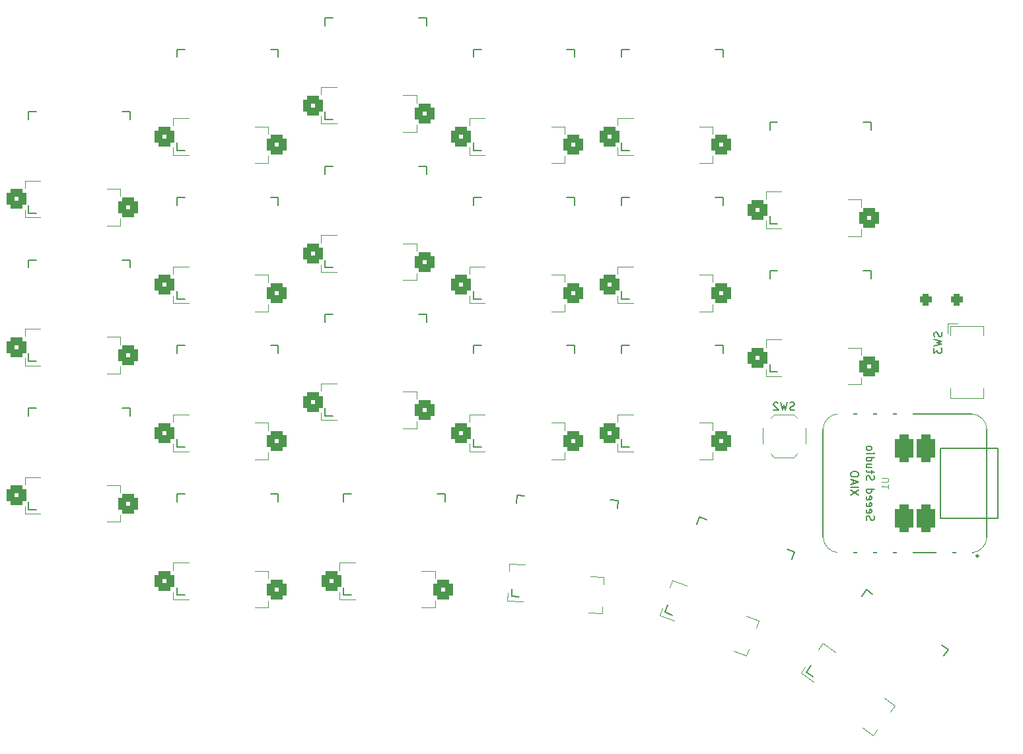
<source format=gbr>
%TF.GenerationSoftware,KiCad,Pcbnew,7.0.2-0*%
%TF.CreationDate,2024-02-18T21:26:20+01:00*%
%TF.ProjectId,defiant,64656669-616e-4742-9e6b-696361645f70,rev?*%
%TF.SameCoordinates,Original*%
%TF.FileFunction,Legend,Bot*%
%TF.FilePolarity,Positive*%
%FSLAX46Y46*%
G04 Gerber Fmt 4.6, Leading zero omitted, Abs format (unit mm)*
G04 Created by KiCad (PCBNEW 7.0.2-0) date 2024-02-18 21:26:20*
%MOMM*%
%LPD*%
G01*
G04 APERTURE LIST*
G04 Aperture macros list*
%AMRoundRect*
0 Rectangle with rounded corners*
0 $1 Rounding radius*
0 $2 $3 $4 $5 $6 $7 $8 $9 X,Y pos of 4 corners*
0 Add a 4 corners polygon primitive as box body*
4,1,4,$2,$3,$4,$5,$6,$7,$8,$9,$2,$3,0*
0 Add four circle primitives for the rounded corners*
1,1,$1+$1,$2,$3*
1,1,$1+$1,$4,$5*
1,1,$1+$1,$6,$7*
1,1,$1+$1,$8,$9*
0 Add four rect primitives between the rounded corners*
20,1,$1+$1,$2,$3,$4,$5,0*
20,1,$1+$1,$4,$5,$6,$7,0*
20,1,$1+$1,$6,$7,$8,$9,0*
20,1,$1+$1,$8,$9,$2,$3,0*%
G04 Aperture macros list end*
%ADD10C,0.150000*%
%ADD11C,0.101600*%
%ADD12C,0.120000*%
%ADD13C,0.140000*%
%ADD14C,0.127000*%
%ADD15C,0.254000*%
%ADD16C,0.025400*%
%ADD17C,4.000000*%
%ADD18C,5.250000*%
%ADD19RoundRect,0.500000X-1.062296X-0.186149X0.151229X-1.067827X1.062296X0.186149X-0.151229X1.067827X0*%
%ADD20RoundRect,0.500000X-0.750000X-0.775000X0.750000X-0.775000X0.750000X0.775000X-0.750000X0.775000X0*%
%ADD21RoundRect,0.500000X-0.789533X-0.734686X0.708412X-0.813190X0.789533X0.734686X-0.708412X0.813190X0*%
%ADD22R,2.000000X3.000000*%
%ADD23C,2.000000*%
%ADD24RoundRect,0.575000X0.575000X-1.225000X0.575000X1.225000X-0.575000X1.225000X-0.575000X-1.225000X0*%
%ADD25RoundRect,0.381000X0.381000X0.381000X-0.381000X0.381000X-0.381000X-0.381000X0.381000X-0.381000X0*%
%ADD26C,1.524000*%
%ADD27RoundRect,0.500000X-0.969835X-0.471747X0.439704X-0.984777X0.969835X0.471747X-0.439704X0.984777X0*%
%ADD28RoundRect,0.500000X0.750000X0.775000X-0.750000X0.775000X-0.750000X-0.775000X0.750000X-0.775000X0*%
%ADD29R,1.400000X1.400000*%
%ADD30C,1.400000*%
%ADD31R,1.700000X1.000000*%
G04 APERTURE END LIST*
D10*
%TO.C,U1*%
X189899829Y-112732131D02*
X188899829Y-112065465D01*
X189899829Y-112065465D02*
X188899829Y-112732131D01*
X188899829Y-111684512D02*
X189899829Y-111684512D01*
X189185544Y-111255941D02*
X189185544Y-110779751D01*
X188899829Y-111351179D02*
X189899829Y-111017846D01*
X189899829Y-111017846D02*
X188899829Y-110684513D01*
X189899829Y-110160703D02*
X189899829Y-109970227D01*
X189899829Y-109970227D02*
X189852210Y-109874989D01*
X189852210Y-109874989D02*
X189756972Y-109779751D01*
X189756972Y-109779751D02*
X189566496Y-109732132D01*
X189566496Y-109732132D02*
X189233163Y-109732132D01*
X189233163Y-109732132D02*
X189042687Y-109779751D01*
X189042687Y-109779751D02*
X188947449Y-109874989D01*
X188947449Y-109874989D02*
X188899829Y-109970227D01*
X188899829Y-109970227D02*
X188899829Y-110160703D01*
X188899829Y-110160703D02*
X188947449Y-110255941D01*
X188947449Y-110255941D02*
X189042687Y-110351179D01*
X189042687Y-110351179D02*
X189233163Y-110398798D01*
X189233163Y-110398798D02*
X189566496Y-110398798D01*
X189566496Y-110398798D02*
X189756972Y-110351179D01*
X189756972Y-110351179D02*
X189852210Y-110255941D01*
X189852210Y-110255941D02*
X189899829Y-110160703D01*
D11*
X192844718Y-110530989D02*
X193564385Y-110530989D01*
X193564385Y-110530989D02*
X193649051Y-110573323D01*
X193649051Y-110573323D02*
X193691385Y-110615656D01*
X193691385Y-110615656D02*
X193733718Y-110700323D01*
X193733718Y-110700323D02*
X193733718Y-110869656D01*
X193733718Y-110869656D02*
X193691385Y-110954323D01*
X193691385Y-110954323D02*
X193649051Y-110996656D01*
X193649051Y-110996656D02*
X193564385Y-111038989D01*
X193564385Y-111038989D02*
X192844718Y-111038989D01*
X193733718Y-111927989D02*
X193733718Y-111419989D01*
X193733718Y-111673989D02*
X192844718Y-111673989D01*
X192844718Y-111673989D02*
X192971718Y-111589322D01*
X192971718Y-111589322D02*
X193056385Y-111504656D01*
X193056385Y-111504656D02*
X193098718Y-111419989D01*
D10*
X190947449Y-115970227D02*
X190899829Y-115827370D01*
X190899829Y-115827370D02*
X190899829Y-115589275D01*
X190899829Y-115589275D02*
X190947449Y-115494037D01*
X190947449Y-115494037D02*
X190995068Y-115446418D01*
X190995068Y-115446418D02*
X191090306Y-115398799D01*
X191090306Y-115398799D02*
X191185544Y-115398799D01*
X191185544Y-115398799D02*
X191280782Y-115446418D01*
X191280782Y-115446418D02*
X191328401Y-115494037D01*
X191328401Y-115494037D02*
X191376020Y-115589275D01*
X191376020Y-115589275D02*
X191423639Y-115779751D01*
X191423639Y-115779751D02*
X191471258Y-115874989D01*
X191471258Y-115874989D02*
X191518877Y-115922608D01*
X191518877Y-115922608D02*
X191614115Y-115970227D01*
X191614115Y-115970227D02*
X191709353Y-115970227D01*
X191709353Y-115970227D02*
X191804591Y-115922608D01*
X191804591Y-115922608D02*
X191852210Y-115874989D01*
X191852210Y-115874989D02*
X191899829Y-115779751D01*
X191899829Y-115779751D02*
X191899829Y-115541656D01*
X191899829Y-115541656D02*
X191852210Y-115398799D01*
X190947449Y-114589275D02*
X190899829Y-114684513D01*
X190899829Y-114684513D02*
X190899829Y-114874989D01*
X190899829Y-114874989D02*
X190947449Y-114970227D01*
X190947449Y-114970227D02*
X191042687Y-115017846D01*
X191042687Y-115017846D02*
X191423639Y-115017846D01*
X191423639Y-115017846D02*
X191518877Y-114970227D01*
X191518877Y-114970227D02*
X191566496Y-114874989D01*
X191566496Y-114874989D02*
X191566496Y-114684513D01*
X191566496Y-114684513D02*
X191518877Y-114589275D01*
X191518877Y-114589275D02*
X191423639Y-114541656D01*
X191423639Y-114541656D02*
X191328401Y-114541656D01*
X191328401Y-114541656D02*
X191233163Y-115017846D01*
X190947449Y-113732132D02*
X190899829Y-113827370D01*
X190899829Y-113827370D02*
X190899829Y-114017846D01*
X190899829Y-114017846D02*
X190947449Y-114113084D01*
X190947449Y-114113084D02*
X191042687Y-114160703D01*
X191042687Y-114160703D02*
X191423639Y-114160703D01*
X191423639Y-114160703D02*
X191518877Y-114113084D01*
X191518877Y-114113084D02*
X191566496Y-114017846D01*
X191566496Y-114017846D02*
X191566496Y-113827370D01*
X191566496Y-113827370D02*
X191518877Y-113732132D01*
X191518877Y-113732132D02*
X191423639Y-113684513D01*
X191423639Y-113684513D02*
X191328401Y-113684513D01*
X191328401Y-113684513D02*
X191233163Y-114160703D01*
X190947449Y-112874989D02*
X190899829Y-112970227D01*
X190899829Y-112970227D02*
X190899829Y-113160703D01*
X190899829Y-113160703D02*
X190947449Y-113255941D01*
X190947449Y-113255941D02*
X191042687Y-113303560D01*
X191042687Y-113303560D02*
X191423639Y-113303560D01*
X191423639Y-113303560D02*
X191518877Y-113255941D01*
X191518877Y-113255941D02*
X191566496Y-113160703D01*
X191566496Y-113160703D02*
X191566496Y-112970227D01*
X191566496Y-112970227D02*
X191518877Y-112874989D01*
X191518877Y-112874989D02*
X191423639Y-112827370D01*
X191423639Y-112827370D02*
X191328401Y-112827370D01*
X191328401Y-112827370D02*
X191233163Y-113303560D01*
X190899829Y-111970227D02*
X191899829Y-111970227D01*
X190947449Y-111970227D02*
X190899829Y-112065465D01*
X190899829Y-112065465D02*
X190899829Y-112255941D01*
X190899829Y-112255941D02*
X190947449Y-112351179D01*
X190947449Y-112351179D02*
X190995068Y-112398798D01*
X190995068Y-112398798D02*
X191090306Y-112446417D01*
X191090306Y-112446417D02*
X191376020Y-112446417D01*
X191376020Y-112446417D02*
X191471258Y-112398798D01*
X191471258Y-112398798D02*
X191518877Y-112351179D01*
X191518877Y-112351179D02*
X191566496Y-112255941D01*
X191566496Y-112255941D02*
X191566496Y-112065465D01*
X191566496Y-112065465D02*
X191518877Y-111970227D01*
X190947449Y-110779750D02*
X190899829Y-110636893D01*
X190899829Y-110636893D02*
X190899829Y-110398798D01*
X190899829Y-110398798D02*
X190947449Y-110303560D01*
X190947449Y-110303560D02*
X190995068Y-110255941D01*
X190995068Y-110255941D02*
X191090306Y-110208322D01*
X191090306Y-110208322D02*
X191185544Y-110208322D01*
X191185544Y-110208322D02*
X191280782Y-110255941D01*
X191280782Y-110255941D02*
X191328401Y-110303560D01*
X191328401Y-110303560D02*
X191376020Y-110398798D01*
X191376020Y-110398798D02*
X191423639Y-110589274D01*
X191423639Y-110589274D02*
X191471258Y-110684512D01*
X191471258Y-110684512D02*
X191518877Y-110732131D01*
X191518877Y-110732131D02*
X191614115Y-110779750D01*
X191614115Y-110779750D02*
X191709353Y-110779750D01*
X191709353Y-110779750D02*
X191804591Y-110732131D01*
X191804591Y-110732131D02*
X191852210Y-110684512D01*
X191852210Y-110684512D02*
X191899829Y-110589274D01*
X191899829Y-110589274D02*
X191899829Y-110351179D01*
X191899829Y-110351179D02*
X191852210Y-110208322D01*
X191566496Y-109922607D02*
X191566496Y-109541655D01*
X191899829Y-109779750D02*
X191042687Y-109779750D01*
X191042687Y-109779750D02*
X190947449Y-109732131D01*
X190947449Y-109732131D02*
X190899829Y-109636893D01*
X190899829Y-109636893D02*
X190899829Y-109541655D01*
X191566496Y-108779750D02*
X190899829Y-108779750D01*
X191566496Y-109208321D02*
X191042687Y-109208321D01*
X191042687Y-109208321D02*
X190947449Y-109160702D01*
X190947449Y-109160702D02*
X190899829Y-109065464D01*
X190899829Y-109065464D02*
X190899829Y-108922607D01*
X190899829Y-108922607D02*
X190947449Y-108827369D01*
X190947449Y-108827369D02*
X190995068Y-108779750D01*
X190899829Y-107874988D02*
X191899829Y-107874988D01*
X190947449Y-107874988D02*
X190899829Y-107970226D01*
X190899829Y-107970226D02*
X190899829Y-108160702D01*
X190899829Y-108160702D02*
X190947449Y-108255940D01*
X190947449Y-108255940D02*
X190995068Y-108303559D01*
X190995068Y-108303559D02*
X191090306Y-108351178D01*
X191090306Y-108351178D02*
X191376020Y-108351178D01*
X191376020Y-108351178D02*
X191471258Y-108303559D01*
X191471258Y-108303559D02*
X191518877Y-108255940D01*
X191518877Y-108255940D02*
X191566496Y-108160702D01*
X191566496Y-108160702D02*
X191566496Y-107970226D01*
X191566496Y-107970226D02*
X191518877Y-107874988D01*
X190899829Y-107398797D02*
X191566496Y-107398797D01*
X191899829Y-107398797D02*
X191852210Y-107446416D01*
X191852210Y-107446416D02*
X191804591Y-107398797D01*
X191804591Y-107398797D02*
X191852210Y-107351178D01*
X191852210Y-107351178D02*
X191899829Y-107398797D01*
X191899829Y-107398797D02*
X191804591Y-107398797D01*
X190899829Y-106779750D02*
X190947449Y-106874988D01*
X190947449Y-106874988D02*
X190995068Y-106922607D01*
X190995068Y-106922607D02*
X191090306Y-106970226D01*
X191090306Y-106970226D02*
X191376020Y-106970226D01*
X191376020Y-106970226D02*
X191471258Y-106922607D01*
X191471258Y-106922607D02*
X191518877Y-106874988D01*
X191518877Y-106874988D02*
X191566496Y-106779750D01*
X191566496Y-106779750D02*
X191566496Y-106636893D01*
X191566496Y-106636893D02*
X191518877Y-106541655D01*
X191518877Y-106541655D02*
X191471258Y-106494036D01*
X191471258Y-106494036D02*
X191376020Y-106446417D01*
X191376020Y-106446417D02*
X191090306Y-106446417D01*
X191090306Y-106446417D02*
X190995068Y-106494036D01*
X190995068Y-106494036D02*
X190947449Y-106541655D01*
X190947449Y-106541655D02*
X190899829Y-106636893D01*
X190899829Y-106636893D02*
X190899829Y-106779750D01*
%TO.C,SW3*%
X200535000Y-91826667D02*
X200582619Y-91969524D01*
X200582619Y-91969524D02*
X200582619Y-92207619D01*
X200582619Y-92207619D02*
X200535000Y-92302857D01*
X200535000Y-92302857D02*
X200487380Y-92350476D01*
X200487380Y-92350476D02*
X200392142Y-92398095D01*
X200392142Y-92398095D02*
X200296904Y-92398095D01*
X200296904Y-92398095D02*
X200201666Y-92350476D01*
X200201666Y-92350476D02*
X200154047Y-92302857D01*
X200154047Y-92302857D02*
X200106428Y-92207619D01*
X200106428Y-92207619D02*
X200058809Y-92017143D01*
X200058809Y-92017143D02*
X200011190Y-91921905D01*
X200011190Y-91921905D02*
X199963571Y-91874286D01*
X199963571Y-91874286D02*
X199868333Y-91826667D01*
X199868333Y-91826667D02*
X199773095Y-91826667D01*
X199773095Y-91826667D02*
X199677857Y-91874286D01*
X199677857Y-91874286D02*
X199630238Y-91921905D01*
X199630238Y-91921905D02*
X199582619Y-92017143D01*
X199582619Y-92017143D02*
X199582619Y-92255238D01*
X199582619Y-92255238D02*
X199630238Y-92398095D01*
X199582619Y-92731429D02*
X200582619Y-92969524D01*
X200582619Y-92969524D02*
X199868333Y-93160000D01*
X199868333Y-93160000D02*
X200582619Y-93350476D01*
X200582619Y-93350476D02*
X199582619Y-93588572D01*
X199582619Y-93874286D02*
X199582619Y-94493333D01*
X199582619Y-94493333D02*
X199963571Y-94160000D01*
X199963571Y-94160000D02*
X199963571Y-94302857D01*
X199963571Y-94302857D02*
X200011190Y-94398095D01*
X200011190Y-94398095D02*
X200058809Y-94445714D01*
X200058809Y-94445714D02*
X200154047Y-94493333D01*
X200154047Y-94493333D02*
X200392142Y-94493333D01*
X200392142Y-94493333D02*
X200487380Y-94445714D01*
X200487380Y-94445714D02*
X200535000Y-94398095D01*
X200535000Y-94398095D02*
X200582619Y-94302857D01*
X200582619Y-94302857D02*
X200582619Y-94017143D01*
X200582619Y-94017143D02*
X200535000Y-93921905D01*
X200535000Y-93921905D02*
X200487380Y-93874286D01*
%TO.C,SW2*%
X181673332Y-101785000D02*
X181530475Y-101832619D01*
X181530475Y-101832619D02*
X181292380Y-101832619D01*
X181292380Y-101832619D02*
X181197142Y-101785000D01*
X181197142Y-101785000D02*
X181149523Y-101737380D01*
X181149523Y-101737380D02*
X181101904Y-101642142D01*
X181101904Y-101642142D02*
X181101904Y-101546904D01*
X181101904Y-101546904D02*
X181149523Y-101451666D01*
X181149523Y-101451666D02*
X181197142Y-101404047D01*
X181197142Y-101404047D02*
X181292380Y-101356428D01*
X181292380Y-101356428D02*
X181482856Y-101308809D01*
X181482856Y-101308809D02*
X181578094Y-101261190D01*
X181578094Y-101261190D02*
X181625713Y-101213571D01*
X181625713Y-101213571D02*
X181673332Y-101118333D01*
X181673332Y-101118333D02*
X181673332Y-101023095D01*
X181673332Y-101023095D02*
X181625713Y-100927857D01*
X181625713Y-100927857D02*
X181578094Y-100880238D01*
X181578094Y-100880238D02*
X181482856Y-100832619D01*
X181482856Y-100832619D02*
X181244761Y-100832619D01*
X181244761Y-100832619D02*
X181101904Y-100880238D01*
X180768570Y-100832619D02*
X180530475Y-101832619D01*
X180530475Y-101832619D02*
X180339999Y-101118333D01*
X180339999Y-101118333D02*
X180149523Y-101832619D01*
X180149523Y-101832619D02*
X179911428Y-100832619D01*
X179578094Y-100927857D02*
X179530475Y-100880238D01*
X179530475Y-100880238D02*
X179435237Y-100832619D01*
X179435237Y-100832619D02*
X179197142Y-100832619D01*
X179197142Y-100832619D02*
X179101904Y-100880238D01*
X179101904Y-100880238D02*
X179054285Y-100927857D01*
X179054285Y-100927857D02*
X179006666Y-101023095D01*
X179006666Y-101023095D02*
X179006666Y-101118333D01*
X179006666Y-101118333D02*
X179054285Y-101261190D01*
X179054285Y-101261190D02*
X179625713Y-101832619D01*
X179625713Y-101832619D02*
X179006666Y-101832619D01*
D12*
%TO.C,T4*%
X185288754Y-131740762D02*
X184730358Y-132509328D01*
X185288754Y-131740762D02*
X186906788Y-132916333D01*
X182526163Y-135543142D02*
X183084559Y-134774576D01*
X182526163Y-135543142D02*
X184144197Y-136718713D01*
D13*
X190895162Y-124874854D02*
X190307376Y-125683871D01*
X190895162Y-124874854D02*
X191704179Y-125462640D01*
X183841739Y-134583058D02*
X183253953Y-135392075D01*
X184062970Y-135979861D02*
X183253953Y-135392075D01*
D12*
X194541587Y-139761210D02*
X193166258Y-138761975D01*
X194541587Y-139761210D02*
X193983191Y-140529776D01*
X191778996Y-143563590D02*
X190403667Y-142564355D01*
X191778996Y-143563590D02*
X192308003Y-142835475D01*
D13*
X200603366Y-131928277D02*
X201412383Y-132516063D01*
X200824597Y-133325080D02*
X201412383Y-132516063D01*
X193771174Y-143033284D02*
X192962157Y-142445498D01*
X193771174Y-143033284D02*
X194358960Y-142224267D01*
D12*
%TO.C,T0*%
X102018816Y-121410449D02*
X102018816Y-122360449D01*
X102018816Y-121410449D02*
X104018816Y-121410449D01*
X102018816Y-126110449D02*
X102018816Y-125160449D01*
X102018816Y-126110449D02*
X104018816Y-126110449D01*
D13*
X102518816Y-112560449D02*
X102518816Y-113560449D01*
X102518816Y-112560449D02*
X103518816Y-112560449D01*
X102518816Y-124560449D02*
X102518816Y-125560449D01*
X103518816Y-125560449D02*
X102518816Y-125560449D01*
D12*
X114218816Y-122460449D02*
X112518816Y-122460449D01*
X114218816Y-122460449D02*
X114218816Y-123410449D01*
X114218816Y-127160449D02*
X112518816Y-127160449D01*
X114218816Y-127160449D02*
X114218816Y-126260449D01*
D13*
X114518816Y-112560449D02*
X115518816Y-112560449D01*
X115518816Y-113560449D02*
X115518816Y-112560449D01*
X115518816Y-125560449D02*
X114518816Y-125560449D01*
X115518816Y-125560449D02*
X115518816Y-124560449D01*
D12*
%TO.C,T2*%
X145130855Y-121553752D02*
X145081136Y-122502450D01*
X145130855Y-121553752D02*
X147128114Y-121658424D01*
X144884876Y-126247311D02*
X144934595Y-125298612D01*
X144884876Y-126247311D02*
X146882135Y-126351982D01*
D13*
X146093343Y-112742048D02*
X146041007Y-113740678D01*
X146093343Y-112742048D02*
X147091972Y-112794384D01*
X145465311Y-124725603D02*
X145412975Y-125724232D01*
X146411605Y-125776568D02*
X145412975Y-125724232D01*
D12*
X157259182Y-123240811D02*
X155561512Y-123151840D01*
X157259182Y-123240811D02*
X157209463Y-124189509D01*
X157013203Y-127934370D02*
X155315533Y-127845399D01*
X157013203Y-127934370D02*
X157060306Y-127035604D01*
D13*
X158076897Y-113370080D02*
X159075527Y-113422416D01*
X159023191Y-114421045D02*
X159075527Y-113422416D01*
X158395159Y-126404600D02*
X157396530Y-126352264D01*
X158395159Y-126404600D02*
X158447495Y-125405970D01*
D14*
%TO.C,U1*%
X187362449Y-102308323D02*
X204362449Y-102308323D01*
X206361539Y-104308323D02*
X206361539Y-118108323D01*
X207786479Y-106708323D02*
X200433179Y-106708323D01*
X200433179Y-106708323D02*
X200433179Y-115708323D01*
X200433179Y-106708323D02*
X200433179Y-115708323D01*
X207786479Y-115708323D02*
X207786479Y-106708323D01*
X200433179Y-115708323D02*
X207786479Y-115708323D01*
X185362449Y-118108323D02*
X185362449Y-104308323D01*
X204362449Y-120108323D02*
X187362449Y-120108323D01*
D12*
X206362448Y-104308323D02*
G75*
G03*
X204362449Y-102308324I-2044608J-44609D01*
G01*
X187362449Y-102308323D02*
G75*
G03*
X185362449Y-104308323I-1J-1999999D01*
G01*
X204362449Y-120108323D02*
G75*
G03*
X206362449Y-118108323I-44600J2044600D01*
G01*
X185362449Y-118108323D02*
G75*
G03*
X187362449Y-120108323I2044860J44860D01*
G01*
D15*
X205259449Y-120528323D02*
G75*
G03*
X205259449Y-120528323I-127000J0D01*
G01*
D16*
X204472922Y-120092990D02*
X204424154Y-120096038D01*
X204521943Y-120088926D01*
X204472922Y-120092990D01*
X186951494Y-102366075D02*
X186999499Y-102356170D01*
X187047759Y-102347279D01*
X187096274Y-102339659D01*
X187145042Y-102333055D01*
X187193810Y-102327722D01*
X187242831Y-102323658D01*
X187291599Y-102320610D01*
X187340875Y-102318831D01*
X186951494Y-102366075D01*
D12*
%TO.C,C5R2*%
X178018821Y-73793323D02*
X178018821Y-74743323D01*
X178018821Y-73793323D02*
X180018821Y-73793323D01*
X178018821Y-78493323D02*
X178018821Y-77543323D01*
X178018821Y-78493323D02*
X180018821Y-78493323D01*
D13*
X178518821Y-64943323D02*
X178518821Y-65943323D01*
X178518821Y-64943323D02*
X179518821Y-64943323D01*
X178518821Y-76943323D02*
X178518821Y-77943323D01*
X179518821Y-77943323D02*
X178518821Y-77943323D01*
D12*
X190218821Y-74843323D02*
X188518821Y-74843323D01*
X190218821Y-74843323D02*
X190218821Y-75793323D01*
X190218821Y-79543323D02*
X188518821Y-79543323D01*
X190218821Y-79543323D02*
X190218821Y-78643323D01*
D13*
X190518821Y-64943323D02*
X191518821Y-64943323D01*
X191518821Y-65943323D02*
X191518821Y-64943323D01*
X191518821Y-77943323D02*
X190518821Y-77943323D01*
X191518821Y-77943323D02*
X191518821Y-76943323D01*
D12*
%TO.C,T1*%
X123393816Y-121410448D02*
X123393816Y-122360448D01*
X123393816Y-121410448D02*
X125393816Y-121410448D01*
X123393816Y-126110448D02*
X123393816Y-125160448D01*
X123393816Y-126110448D02*
X125393816Y-126110448D01*
D13*
X123893816Y-112560448D02*
X123893816Y-113560448D01*
X123893816Y-112560448D02*
X124893816Y-112560448D01*
X123893816Y-124560448D02*
X123893816Y-125560448D01*
X124893816Y-125560448D02*
X123893816Y-125560448D01*
D12*
X135593816Y-122460448D02*
X133893816Y-122460448D01*
X135593816Y-122460448D02*
X135593816Y-123410448D01*
X135593816Y-127160448D02*
X133893816Y-127160448D01*
X135593816Y-127160448D02*
X135593816Y-126260448D01*
D13*
X135893816Y-112560448D02*
X136893816Y-112560448D01*
X136893816Y-113560448D02*
X136893816Y-112560448D01*
X136893816Y-125560448D02*
X135893816Y-125560448D01*
X136893816Y-125560448D02*
X136893816Y-124560448D01*
D12*
%TO.C,T3*%
X166016988Y-123694444D02*
X165692069Y-124587152D01*
X166016988Y-123694444D02*
X167896374Y-124378484D01*
X164409494Y-128110999D02*
X164734413Y-127218291D01*
X164409494Y-128110999D02*
X166288879Y-128795039D01*
D13*
X169513713Y-115549174D02*
X169171693Y-116488867D01*
X169513713Y-115549174D02*
X170453406Y-115891194D01*
X165409471Y-126825485D02*
X165067451Y-127765178D01*
X166007144Y-128107198D02*
X165067451Y-127765178D01*
D12*
X177122117Y-128853767D02*
X175524640Y-128272332D01*
X177122117Y-128853767D02*
X176797198Y-129746475D01*
X175514622Y-133270322D02*
X173917145Y-132688888D01*
X175514622Y-133270322D02*
X175822441Y-132424599D01*
D13*
X180790024Y-119653416D02*
X181729717Y-119995436D01*
X181387697Y-120935129D02*
X181729717Y-119995436D01*
X177283455Y-132211440D02*
X176343762Y-131869420D01*
X177283455Y-132211440D02*
X177625475Y-131271747D01*
D12*
%TO.C,C5R3*%
X178018821Y-92793323D02*
X178018821Y-93743323D01*
X178018821Y-92793323D02*
X180018821Y-92793323D01*
X178018821Y-97493323D02*
X178018821Y-96543323D01*
X178018821Y-97493323D02*
X180018821Y-97493323D01*
D13*
X178518821Y-83943323D02*
X178518821Y-84943323D01*
X178518821Y-83943323D02*
X179518821Y-83943323D01*
X178518821Y-95943323D02*
X178518821Y-96943323D01*
X179518821Y-96943323D02*
X178518821Y-96943323D01*
D12*
X190218821Y-93843323D02*
X188518821Y-93843323D01*
X190218821Y-93843323D02*
X190218821Y-94793323D01*
X190218821Y-98543323D02*
X188518821Y-98543323D01*
X190218821Y-98543323D02*
X190218821Y-97643323D01*
D13*
X190518821Y-83943323D02*
X191518821Y-83943323D01*
X191518821Y-84943323D02*
X191518821Y-83943323D01*
X191518821Y-96943323D02*
X190518821Y-96943323D01*
X191518821Y-96943323D02*
X191518821Y-95943323D01*
%TO.C,C3R1*%
X153518815Y-68560448D02*
X153518815Y-67560448D01*
X153518815Y-68560448D02*
X152518815Y-68560448D01*
X153518815Y-56560448D02*
X153518815Y-55560448D01*
X152518815Y-55560448D02*
X153518815Y-55560448D01*
D12*
X152218815Y-70160448D02*
X152218815Y-69260448D01*
X152218815Y-70160448D02*
X150518815Y-70160448D01*
X152218815Y-65460448D02*
X152218815Y-66410448D01*
X152218815Y-65460448D02*
X150518815Y-65460448D01*
D13*
X141518815Y-68560448D02*
X140518815Y-68560448D01*
X140518815Y-67560448D02*
X140518815Y-68560448D01*
X140518815Y-55560448D02*
X141518815Y-55560448D01*
X140518815Y-55560448D02*
X140518815Y-56560448D01*
D12*
X140018815Y-69110448D02*
X142018815Y-69110448D01*
X140018815Y-69110448D02*
X140018815Y-68160448D01*
X140018815Y-64410448D02*
X142018815Y-64410448D01*
X140018815Y-64410448D02*
X140018815Y-65360448D01*
D13*
%TO.C,C3R3*%
X153518816Y-106560447D02*
X153518816Y-105560447D01*
X153518816Y-106560447D02*
X152518816Y-106560447D01*
X153518816Y-94560447D02*
X153518816Y-93560447D01*
X152518816Y-93560447D02*
X153518816Y-93560447D01*
D12*
X152218816Y-108160447D02*
X152218816Y-107260447D01*
X152218816Y-108160447D02*
X150518816Y-108160447D01*
X152218816Y-103460447D02*
X152218816Y-104410447D01*
X152218816Y-103460447D02*
X150518816Y-103460447D01*
D13*
X141518816Y-106560447D02*
X140518816Y-106560447D01*
X140518816Y-105560447D02*
X140518816Y-106560447D01*
X140518816Y-93560447D02*
X141518816Y-93560447D01*
X140518816Y-93560447D02*
X140518816Y-94560447D01*
D12*
X140018816Y-107110447D02*
X142018816Y-107110447D01*
X140018816Y-107110447D02*
X140018816Y-106160447D01*
X140018816Y-102410447D02*
X142018816Y-102410447D01*
X140018816Y-102410447D02*
X140018816Y-103360447D01*
D13*
%TO.C,C2R3*%
X134518815Y-102560447D02*
X134518815Y-101560447D01*
X134518815Y-102560447D02*
X133518815Y-102560447D01*
X134518815Y-90560447D02*
X134518815Y-89560447D01*
X133518815Y-89560447D02*
X134518815Y-89560447D01*
D12*
X133218815Y-104160447D02*
X133218815Y-103260447D01*
X133218815Y-104160447D02*
X131518815Y-104160447D01*
X133218815Y-99460447D02*
X133218815Y-100410447D01*
X133218815Y-99460447D02*
X131518815Y-99460447D01*
D13*
X122518815Y-102560447D02*
X121518815Y-102560447D01*
X121518815Y-101560447D02*
X121518815Y-102560447D01*
X121518815Y-89560447D02*
X122518815Y-89560447D01*
X121518815Y-89560447D02*
X121518815Y-90560447D01*
D12*
X121018815Y-103110447D02*
X123018815Y-103110447D01*
X121018815Y-103110447D02*
X121018815Y-102160447D01*
X121018815Y-98410447D02*
X123018815Y-98410447D01*
X121018815Y-98410447D02*
X121018815Y-99360447D01*
D13*
%TO.C,C3R2*%
X153518815Y-87560448D02*
X153518815Y-86560448D01*
X153518815Y-87560448D02*
X152518815Y-87560448D01*
X153518815Y-75560448D02*
X153518815Y-74560448D01*
X152518815Y-74560448D02*
X153518815Y-74560448D01*
D12*
X152218815Y-89160448D02*
X152218815Y-88260448D01*
X152218815Y-89160448D02*
X150518815Y-89160448D01*
X152218815Y-84460448D02*
X152218815Y-85410448D01*
X152218815Y-84460448D02*
X150518815Y-84460448D01*
D13*
X141518815Y-87560448D02*
X140518815Y-87560448D01*
X140518815Y-86560448D02*
X140518815Y-87560448D01*
X140518815Y-74560448D02*
X141518815Y-74560448D01*
X140518815Y-74560448D02*
X140518815Y-75560448D01*
D12*
X140018815Y-88110448D02*
X142018815Y-88110448D01*
X140018815Y-88110448D02*
X140018815Y-87160448D01*
X140018815Y-83410448D02*
X142018815Y-83410448D01*
X140018815Y-83410448D02*
X140018815Y-84360448D01*
D13*
%TO.C,C0R2*%
X96518816Y-95560447D02*
X96518816Y-94560447D01*
X96518816Y-95560447D02*
X95518816Y-95560447D01*
X96518816Y-83560447D02*
X96518816Y-82560447D01*
X95518816Y-82560447D02*
X96518816Y-82560447D01*
D12*
X95218816Y-97160447D02*
X95218816Y-96260447D01*
X95218816Y-97160447D02*
X93518816Y-97160447D01*
X95218816Y-92460447D02*
X95218816Y-93410447D01*
X95218816Y-92460447D02*
X93518816Y-92460447D01*
D13*
X84518816Y-95560447D02*
X83518816Y-95560447D01*
X83518816Y-94560447D02*
X83518816Y-95560447D01*
X83518816Y-82560447D02*
X84518816Y-82560447D01*
X83518816Y-82560447D02*
X83518816Y-83560447D01*
D12*
X83018816Y-96110447D02*
X85018816Y-96110447D01*
X83018816Y-96110447D02*
X83018816Y-95160447D01*
X83018816Y-91410447D02*
X85018816Y-91410447D01*
X83018816Y-91410447D02*
X83018816Y-92360447D01*
D13*
%TO.C,C0R1*%
X96518816Y-76560448D02*
X96518816Y-75560448D01*
X96518816Y-76560448D02*
X95518816Y-76560448D01*
X96518816Y-64560448D02*
X96518816Y-63560448D01*
X95518816Y-63560448D02*
X96518816Y-63560448D01*
D12*
X95218816Y-78160448D02*
X95218816Y-77260448D01*
X95218816Y-78160448D02*
X93518816Y-78160448D01*
X95218816Y-73460448D02*
X95218816Y-74410448D01*
X95218816Y-73460448D02*
X93518816Y-73460448D01*
D13*
X84518816Y-76560448D02*
X83518816Y-76560448D01*
X83518816Y-75560448D02*
X83518816Y-76560448D01*
X83518816Y-63560448D02*
X84518816Y-63560448D01*
X83518816Y-63560448D02*
X83518816Y-64560448D01*
D12*
X83018816Y-77110448D02*
X85018816Y-77110448D01*
X83018816Y-77110448D02*
X83018816Y-76160448D01*
X83018816Y-72410448D02*
X85018816Y-72410448D01*
X83018816Y-72410448D02*
X83018816Y-73360448D01*
D13*
%TO.C,C0R3*%
X96518815Y-114560447D02*
X96518815Y-113560447D01*
X96518815Y-114560447D02*
X95518815Y-114560447D01*
X96518815Y-102560447D02*
X96518815Y-101560447D01*
X95518815Y-101560447D02*
X96518815Y-101560447D01*
D12*
X95218815Y-116160447D02*
X95218815Y-115260447D01*
X95218815Y-116160447D02*
X93518815Y-116160447D01*
X95218815Y-111460447D02*
X95218815Y-112410447D01*
X95218815Y-111460447D02*
X93518815Y-111460447D01*
D13*
X84518815Y-114560447D02*
X83518815Y-114560447D01*
X83518815Y-113560447D02*
X83518815Y-114560447D01*
X83518815Y-101560447D02*
X84518815Y-101560447D01*
X83518815Y-101560447D02*
X83518815Y-102560447D01*
D12*
X83018815Y-115110447D02*
X85018815Y-115110447D01*
X83018815Y-115110447D02*
X83018815Y-114160447D01*
X83018815Y-110410447D02*
X85018815Y-110410447D01*
X83018815Y-110410447D02*
X83018815Y-111360447D01*
D13*
%TO.C,C4R2*%
X172518816Y-87560447D02*
X172518816Y-86560447D01*
X172518816Y-87560447D02*
X171518816Y-87560447D01*
X172518816Y-75560447D02*
X172518816Y-74560447D01*
X171518816Y-74560447D02*
X172518816Y-74560447D01*
D12*
X171218816Y-89160447D02*
X171218816Y-88260447D01*
X171218816Y-89160447D02*
X169518816Y-89160447D01*
X171218816Y-84460447D02*
X171218816Y-85410447D01*
X171218816Y-84460447D02*
X169518816Y-84460447D01*
D13*
X160518816Y-87560447D02*
X159518816Y-87560447D01*
X159518816Y-86560447D02*
X159518816Y-87560447D01*
X159518816Y-74560447D02*
X160518816Y-74560447D01*
X159518816Y-74560447D02*
X159518816Y-75560447D01*
D12*
X159018816Y-88110447D02*
X161018816Y-88110447D01*
X159018816Y-88110447D02*
X159018816Y-87160447D01*
X159018816Y-83410447D02*
X161018816Y-83410447D01*
X159018816Y-83410447D02*
X159018816Y-84360447D01*
D13*
%TO.C,C1R3*%
X115518815Y-106560447D02*
X115518815Y-105560447D01*
X115518815Y-106560447D02*
X114518815Y-106560447D01*
X115518815Y-94560447D02*
X115518815Y-93560447D01*
X114518815Y-93560447D02*
X115518815Y-93560447D01*
D12*
X114218815Y-108160447D02*
X114218815Y-107260447D01*
X114218815Y-108160447D02*
X112518815Y-108160447D01*
X114218815Y-103460447D02*
X114218815Y-104410447D01*
X114218815Y-103460447D02*
X112518815Y-103460447D01*
D13*
X103518815Y-106560447D02*
X102518815Y-106560447D01*
X102518815Y-105560447D02*
X102518815Y-106560447D01*
X102518815Y-93560447D02*
X103518815Y-93560447D01*
X102518815Y-93560447D02*
X102518815Y-94560447D01*
D12*
X102018815Y-107110447D02*
X104018815Y-107110447D01*
X102018815Y-107110447D02*
X102018815Y-106160447D01*
X102018815Y-102410447D02*
X104018815Y-102410447D01*
X102018815Y-102410447D02*
X102018815Y-103360447D01*
%TO.C,SW3*%
X201370000Y-90760000D02*
X202570000Y-90760000D01*
X205870000Y-91060000D02*
X205870000Y-92260000D01*
X201670000Y-91060000D02*
X205870000Y-91060000D01*
X201370000Y-91960000D02*
X201370000Y-90760000D01*
X201670000Y-92260000D02*
X201670000Y-91060000D01*
X201670000Y-99060000D02*
X201670000Y-100260000D01*
X205870000Y-100260000D02*
X205870000Y-99060000D01*
X201670000Y-100260000D02*
X205870000Y-100260000D01*
%TO.C,SW2*%
X183090000Y-104120000D02*
X183090000Y-106120000D01*
X182040000Y-107420000D02*
X181590000Y-107870000D01*
X182040000Y-102820000D02*
X181590000Y-102370000D01*
X181590000Y-107870000D02*
X179090000Y-107870000D01*
X181590000Y-102370000D02*
X179090000Y-102370000D01*
X178640000Y-107420000D02*
X179090000Y-107870000D01*
X178640000Y-102820000D02*
X179090000Y-102370000D01*
X177590000Y-104120000D02*
X177590000Y-106120000D01*
D13*
%TO.C,C2R2*%
X134518815Y-83560447D02*
X134518815Y-82560447D01*
X134518815Y-83560447D02*
X133518815Y-83560447D01*
X134518815Y-71560447D02*
X134518815Y-70560447D01*
X133518815Y-70560447D02*
X134518815Y-70560447D01*
D12*
X133218815Y-85160447D02*
X133218815Y-84260447D01*
X133218815Y-85160447D02*
X131518815Y-85160447D01*
X133218815Y-80460447D02*
X133218815Y-81410447D01*
X133218815Y-80460447D02*
X131518815Y-80460447D01*
D13*
X122518815Y-83560447D02*
X121518815Y-83560447D01*
X121518815Y-82560447D02*
X121518815Y-83560447D01*
X121518815Y-70560447D02*
X122518815Y-70560447D01*
X121518815Y-70560447D02*
X121518815Y-71560447D01*
D12*
X121018815Y-84110447D02*
X123018815Y-84110447D01*
X121018815Y-84110447D02*
X121018815Y-83160447D01*
X121018815Y-79410447D02*
X123018815Y-79410447D01*
X121018815Y-79410447D02*
X121018815Y-80360447D01*
D13*
%TO.C,C2R1*%
X134518815Y-64560447D02*
X134518815Y-63560447D01*
X134518815Y-64560447D02*
X133518815Y-64560447D01*
X134518815Y-52560447D02*
X134518815Y-51560447D01*
X133518815Y-51560447D02*
X134518815Y-51560447D01*
D12*
X133218815Y-66160447D02*
X133218815Y-65260447D01*
X133218815Y-66160447D02*
X131518815Y-66160447D01*
X133218815Y-61460447D02*
X133218815Y-62410447D01*
X133218815Y-61460447D02*
X131518815Y-61460447D01*
D13*
X122518815Y-64560447D02*
X121518815Y-64560447D01*
X121518815Y-63560447D02*
X121518815Y-64560447D01*
X121518815Y-51560447D02*
X122518815Y-51560447D01*
X121518815Y-51560447D02*
X121518815Y-52560447D01*
D12*
X121018815Y-65110447D02*
X123018815Y-65110447D01*
X121018815Y-65110447D02*
X121018815Y-64160447D01*
X121018815Y-60410447D02*
X123018815Y-60410447D01*
X121018815Y-60410447D02*
X121018815Y-61360447D01*
D13*
%TO.C,C1R2*%
X115518815Y-87560448D02*
X115518815Y-86560448D01*
X115518815Y-87560448D02*
X114518815Y-87560448D01*
X115518815Y-75560448D02*
X115518815Y-74560448D01*
X114518815Y-74560448D02*
X115518815Y-74560448D01*
D12*
X114218815Y-89160448D02*
X114218815Y-88260448D01*
X114218815Y-89160448D02*
X112518815Y-89160448D01*
X114218815Y-84460448D02*
X114218815Y-85410448D01*
X114218815Y-84460448D02*
X112518815Y-84460448D01*
D13*
X103518815Y-87560448D02*
X102518815Y-87560448D01*
X102518815Y-86560448D02*
X102518815Y-87560448D01*
X102518815Y-74560448D02*
X103518815Y-74560448D01*
X102518815Y-74560448D02*
X102518815Y-75560448D01*
D12*
X102018815Y-88110448D02*
X104018815Y-88110448D01*
X102018815Y-88110448D02*
X102018815Y-87160448D01*
X102018815Y-83410448D02*
X104018815Y-83410448D01*
X102018815Y-83410448D02*
X102018815Y-84360448D01*
D13*
%TO.C,C4R3*%
X172518815Y-106560447D02*
X172518815Y-105560447D01*
X172518815Y-106560447D02*
X171518815Y-106560447D01*
X172518815Y-94560447D02*
X172518815Y-93560447D01*
X171518815Y-93560447D02*
X172518815Y-93560447D01*
D12*
X171218815Y-108160447D02*
X171218815Y-107260447D01*
X171218815Y-108160447D02*
X169518815Y-108160447D01*
X171218815Y-103460447D02*
X171218815Y-104410447D01*
X171218815Y-103460447D02*
X169518815Y-103460447D01*
D13*
X160518815Y-106560447D02*
X159518815Y-106560447D01*
X159518815Y-105560447D02*
X159518815Y-106560447D01*
X159518815Y-93560447D02*
X160518815Y-93560447D01*
X159518815Y-93560447D02*
X159518815Y-94560447D01*
D12*
X159018815Y-107110447D02*
X161018815Y-107110447D01*
X159018815Y-107110447D02*
X159018815Y-106160447D01*
X159018815Y-102410447D02*
X161018815Y-102410447D01*
X159018815Y-102410447D02*
X159018815Y-103360447D01*
D13*
%TO.C,C1R1*%
X115518817Y-68560447D02*
X115518817Y-67560447D01*
X115518817Y-68560447D02*
X114518817Y-68560447D01*
X115518817Y-56560447D02*
X115518817Y-55560447D01*
X114518817Y-55560447D02*
X115518817Y-55560447D01*
D12*
X114218817Y-70160447D02*
X114218817Y-69260447D01*
X114218817Y-70160447D02*
X112518817Y-70160447D01*
X114218817Y-65460447D02*
X114218817Y-66410447D01*
X114218817Y-65460447D02*
X112518817Y-65460447D01*
D13*
X103518817Y-68560447D02*
X102518817Y-68560447D01*
X102518817Y-67560447D02*
X102518817Y-68560447D01*
X102518817Y-55560447D02*
X103518817Y-55560447D01*
X102518817Y-55560447D02*
X102518817Y-56560447D01*
D12*
X102018817Y-69110447D02*
X104018817Y-69110447D01*
X102018817Y-69110447D02*
X102018817Y-68160447D01*
X102018817Y-64410447D02*
X104018817Y-64410447D01*
X102018817Y-64410447D02*
X102018817Y-65360447D01*
D13*
%TO.C,C4R1*%
X172518815Y-68560447D02*
X172518815Y-67560447D01*
X172518815Y-68560447D02*
X171518815Y-68560447D01*
X172518815Y-56560447D02*
X172518815Y-55560447D01*
X171518815Y-55560447D02*
X172518815Y-55560447D01*
D12*
X171218815Y-70160447D02*
X171218815Y-69260447D01*
X171218815Y-70160447D02*
X169518815Y-70160447D01*
X171218815Y-65460447D02*
X171218815Y-66410447D01*
X171218815Y-65460447D02*
X169518815Y-65460447D01*
D13*
X160518815Y-68560447D02*
X159518815Y-68560447D01*
X159518815Y-67560447D02*
X159518815Y-68560447D01*
X159518815Y-55560447D02*
X160518815Y-55560447D01*
X159518815Y-55560447D02*
X159518815Y-56560447D01*
D12*
X159018815Y-69110447D02*
X161018815Y-69110447D01*
X159018815Y-69110447D02*
X159018815Y-68160447D01*
X159018815Y-64410447D02*
X161018815Y-64410447D01*
X159018815Y-64410447D02*
X159018815Y-65360447D01*
%TD*%
%LPC*%
D17*
%TO.C,*%
X181220000Y-113710000D03*
%TD*%
D18*
%TO.C,T4*%
X192333168Y-133954069D03*
X192333168Y-133954069D03*
D19*
X183037765Y-133010083D03*
D17*
X186010903Y-135170194D03*
X191056847Y-140134158D03*
D19*
X194029984Y-142294269D03*
%TD*%
D18*
%TO.C,T0*%
X109018816Y-119060449D03*
X109018816Y-119060449D03*
D20*
X100943816Y-123760449D03*
D17*
X104618816Y-123760449D03*
X111618816Y-124810449D03*
D20*
X115293816Y-124810449D03*
%TD*%
D18*
%TO.C,T2*%
X152244251Y-119573324D03*
X152244251Y-119573324D03*
D21*
X143934339Y-123844270D03*
D17*
X147604302Y-124036605D03*
X154539756Y-125451517D03*
D21*
X158209720Y-125643852D03*
%TD*%
D22*
%TO.C,U1*%
X203482449Y-120208323D03*
X200942449Y-120208323D03*
X195862449Y-102208323D03*
X193322449Y-102208323D03*
X190782449Y-102208323D03*
X188242449Y-102208323D03*
X188242449Y-120208323D03*
X190782449Y-120208323D03*
X193322449Y-120208323D03*
X195862449Y-120208323D03*
D23*
X201712449Y-109938323D03*
X201712449Y-112478323D03*
D24*
X198512449Y-106708323D03*
X198512449Y-115708323D03*
X195737449Y-106708323D03*
X195737449Y-115708323D03*
%TD*%
D17*
%TO.C,REF\u002A\u002A*%
X118494251Y-90563323D03*
%TD*%
%TO.C,*%
X119704251Y-116603323D03*
%TD*%
D18*
%TO.C,C5R2*%
X185018821Y-71443323D03*
X185018821Y-71443323D03*
D20*
X176943821Y-76143323D03*
D17*
X180618821Y-76143323D03*
X187618821Y-77193323D03*
D20*
X191293821Y-77193323D03*
%TD*%
D18*
%TO.C,T1*%
X130393816Y-119060448D03*
X130393816Y-119060448D03*
D20*
X122318816Y-123760448D03*
D17*
X125993816Y-123760448D03*
X132993816Y-124810448D03*
D20*
X136668816Y-124810448D03*
%TD*%
D17*
%TO.C,REF\u002A\u002A*%
X156494251Y-71553323D03*
%TD*%
D25*
%TO.C,J1*%
X202520000Y-87710000D03*
X198520000Y-87710000D03*
D26*
X200520000Y-87710000D03*
%TD*%
D18*
%TO.C,T3*%
X173398584Y-123880307D03*
X173398584Y-123880307D03*
D27*
X164203071Y-125535050D03*
D17*
X167656442Y-126791974D03*
X173875169Y-130172792D03*
D27*
X177328539Y-131429716D03*
%TD*%
D18*
%TO.C,C5R3*%
X185018821Y-90443323D03*
X185018821Y-90443323D03*
D20*
X176943821Y-95143323D03*
D17*
X180618821Y-95143323D03*
X187618821Y-96193323D03*
D20*
X191293821Y-96193323D03*
%TD*%
D17*
%TO.C,REF\u002A\u002A*%
X118494251Y-71553323D03*
%TD*%
%TO.C,REF\u002A\u002A*%
X156494251Y-90563323D03*
%TD*%
D18*
%TO.C,C3R1*%
X147018815Y-62060448D03*
X147018815Y-62060448D03*
D28*
X153293815Y-67810448D03*
D17*
X149618815Y-67810448D03*
X142618815Y-66760448D03*
D28*
X138943815Y-66760448D03*
%TD*%
D18*
%TO.C,C3R3*%
X147018816Y-100060447D03*
X147018816Y-100060447D03*
D28*
X153293816Y-105810447D03*
D17*
X149618816Y-105810447D03*
X142618816Y-104760447D03*
D28*
X138943816Y-104760447D03*
%TD*%
D18*
%TO.C,C2R3*%
X128018815Y-96060447D03*
X128018815Y-96060447D03*
D28*
X134293815Y-101810447D03*
D17*
X130618815Y-101810447D03*
X123618815Y-100760447D03*
D28*
X119943815Y-100760447D03*
%TD*%
D18*
%TO.C,C3R2*%
X147018815Y-81060448D03*
X147018815Y-81060448D03*
D28*
X153293815Y-86810448D03*
D17*
X149618815Y-86810448D03*
X142618815Y-85760448D03*
D28*
X138943815Y-85760448D03*
%TD*%
D18*
%TO.C,C0R2*%
X90018816Y-89060447D03*
X90018816Y-89060447D03*
D28*
X96293816Y-94810447D03*
D17*
X92618816Y-94810447D03*
X85618816Y-93760447D03*
D28*
X81943816Y-93760447D03*
%TD*%
D18*
%TO.C,C0R1*%
X90018816Y-70060448D03*
X90018816Y-70060448D03*
D28*
X96293816Y-75810448D03*
D17*
X92618816Y-75810448D03*
X85618816Y-74760448D03*
D28*
X81943816Y-74760448D03*
%TD*%
D18*
%TO.C,C0R3*%
X90018815Y-108060447D03*
X90018815Y-108060447D03*
D28*
X96293815Y-113810447D03*
D17*
X92618815Y-113810447D03*
X85618815Y-112760447D03*
D28*
X81943815Y-112760447D03*
%TD*%
D18*
%TO.C,C4R2*%
X166018816Y-81060447D03*
X166018816Y-81060447D03*
D28*
X172293816Y-86810447D03*
D17*
X168618816Y-86810447D03*
X161618816Y-85760447D03*
D28*
X157943816Y-85760447D03*
%TD*%
D18*
%TO.C,C1R3*%
X109018815Y-100060447D03*
X109018815Y-100060447D03*
D28*
X115293815Y-105810447D03*
D17*
X111618815Y-105810447D03*
X104618815Y-104760447D03*
D28*
X100943815Y-104760447D03*
%TD*%
D29*
%TO.C,SW3*%
X202120000Y-93160000D03*
D30*
X202120000Y-95660000D03*
X202120000Y-98160000D03*
X205420000Y-93160000D03*
X205420000Y-95660000D03*
X205420000Y-98160000D03*
%TD*%
D31*
%TO.C,SW2*%
X183490000Y-103220000D03*
X177190000Y-103220000D03*
X183490000Y-107020000D03*
X177190000Y-107020000D03*
%TD*%
D18*
%TO.C,C2R2*%
X128018815Y-77060447D03*
X128018815Y-77060447D03*
D28*
X134293815Y-82810447D03*
D17*
X130618815Y-82810447D03*
X123618815Y-81760447D03*
D28*
X119943815Y-81760447D03*
%TD*%
D18*
%TO.C,C2R1*%
X128018815Y-58060447D03*
X128018815Y-58060447D03*
D28*
X134293815Y-63810447D03*
D17*
X130618815Y-63810447D03*
X123618815Y-62760447D03*
D28*
X119943815Y-62760447D03*
%TD*%
D18*
%TO.C,C1R2*%
X109018815Y-81060448D03*
X109018815Y-81060448D03*
D28*
X115293815Y-86810448D03*
D17*
X111618815Y-86810448D03*
X104618815Y-85760448D03*
D28*
X100943815Y-85760448D03*
%TD*%
D18*
%TO.C,C4R3*%
X166018815Y-100060447D03*
X166018815Y-100060447D03*
D28*
X172293815Y-105810447D03*
D17*
X168618815Y-105810447D03*
X161618815Y-104760447D03*
D28*
X157943815Y-104760447D03*
%TD*%
D18*
%TO.C,C1R1*%
X109018817Y-62060447D03*
X109018817Y-62060447D03*
D28*
X115293817Y-67810447D03*
D17*
X111618817Y-67810447D03*
X104618817Y-66760447D03*
D28*
X100943817Y-66760447D03*
%TD*%
D18*
%TO.C,C4R1*%
X166018815Y-62060447D03*
X166018815Y-62060447D03*
D28*
X172293815Y-67810447D03*
D17*
X168618815Y-67810447D03*
X161618815Y-66760447D03*
D28*
X157943815Y-66760447D03*
%TD*%
%LPD*%
M02*

</source>
